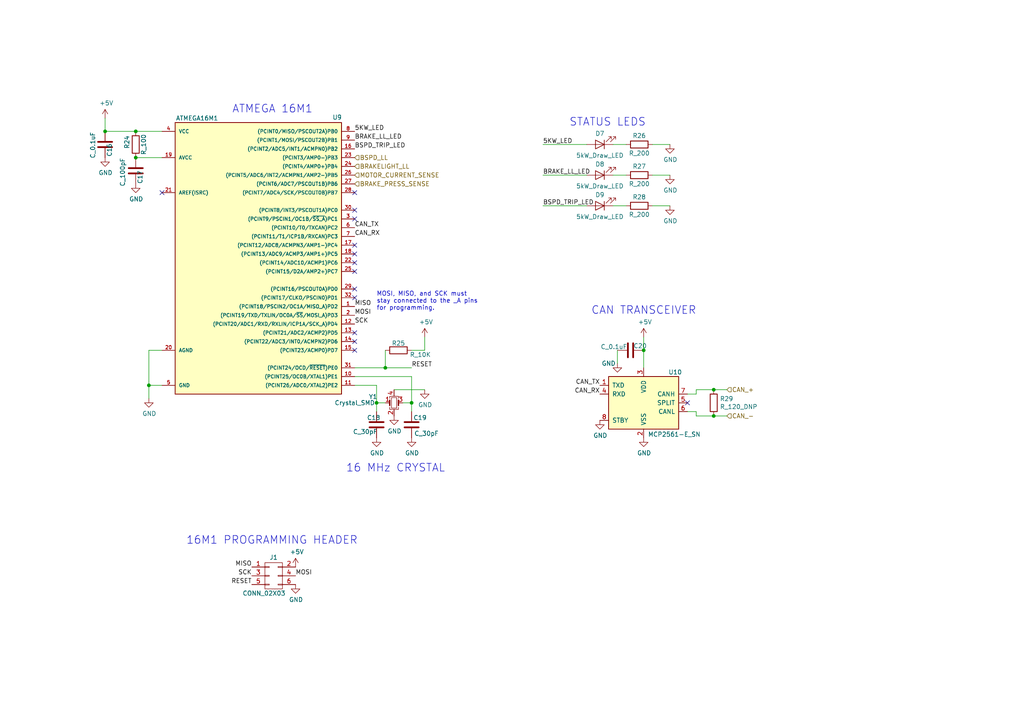
<source format=kicad_sch>
(kicad_sch (version 20211123) (generator eeschema)
  (paper "A4")
  (lib_symbols
    (symbol "formula:ATMEGA16M1" (pin_names (offset 1.016))
      (property "Reference" "U" (at -24.13 46.482 0))
      (property "Value" "ATMEGA16M1" (at 12.7 -35.56 0))
      (symbol "ATMEGA16M1_0_1"
        (rectangle (start -24.13 45.72) (end 24.13 -33.02) (stroke (width 0.254)) (fill (type background)))
      )
      (symbol "ATMEGA16M1_1_1"
        (pin bidirectional line (at 27.94 -7.62 180) (length 3.81) (name "(PCINT18/PSCIN2/OC1A/MISO_A)PD2") (number "1"))
        (pin bidirectional line (at 27.94 -27.94 180) (length 3.81) (name "(PCINT25/OC0B/XTAL1)PE1") (number "10"))
        (pin bidirectional line (at 27.94 -30.48 180) (length 3.81) (name "(PCINT26/ADC0/XTAL2)PE2") (number "11"))
        (pin bidirectional line (at 27.94 -12.7 180) (length 3.81) (name "(PCINT20/ADC1/RXD/RXLIN/ICP1A/SCK_A)PD4") (number "12"))
        (pin bidirectional line (at 27.94 -15.24 180) (length 3.81) (name "(PCINT21/ADC2/ACMP2)PD5") (number "13"))
        (pin bidirectional line (at 27.94 -17.78 180) (length 3.81) (name "(PCINT22/ADC3/INT0/ACMPN2)PD6") (number "14"))
        (pin bidirectional line (at 27.94 -20.32 180) (length 3.81) (name "(PCINT23/ACMP0)PD7") (number "15"))
        (pin bidirectional line (at 27.94 38.1 180) (length 3.81) (name "(PCINT2/ADC5/INT1/ACMPN0)PB2") (number "16"))
        (pin bidirectional line (at 27.94 10.16 180) (length 3.81) (name "(PCINT12/ADC8/ACMPN3/AMP1-)PC4") (number "17"))
        (pin bidirectional line (at 27.94 7.62 180) (length 3.81) (name "(PCINT13/ADC9/ACMP3/AMP1+)PC5") (number "18"))
        (pin power_in line (at -27.94 35.56 0) (length 3.81) (name "AVCC") (number "19"))
        (pin bidirectional line (at 27.94 -10.16 180) (length 3.81) (name "(PCINT19/TXD/TXLIN/OC0A/~{SS}/MOSI_A)PD3") (number "2"))
        (pin power_in line (at -27.94 -20.32 0) (length 3.81) (name "AGND") (number "20"))
        (pin power_in line (at -27.94 25.4 0) (length 3.81) (name "AREF(ISRC)") (number "21"))
        (pin bidirectional line (at 27.94 5.08 180) (length 3.81) (name "(PCINT14/ADC10/ACMP1)PC6") (number "22"))
        (pin bidirectional line (at 27.94 35.56 180) (length 3.81) (name "(PCINT3/AMP0-)PB3") (number "23"))
        (pin bidirectional line (at 27.94 33.02 180) (length 3.81) (name "(PCINT4/AMP0+)PB4") (number "24"))
        (pin bidirectional line (at 27.94 2.54 180) (length 3.81) (name "(PCINT15/D2A/AMP2+)PC7") (number "25"))
        (pin bidirectional line (at 27.94 30.48 180) (length 3.81) (name "(PCINT5/ADC6/INT2/ACMPN1/AMP2-)PB5") (number "26"))
        (pin bidirectional line (at 27.94 27.94 180) (length 3.81) (name "(PCINT6/ADC7/PSCOUT1B)PB6") (number "27"))
        (pin bidirectional line (at 27.94 25.4 180) (length 3.81) (name "(PCINT7/ADC4/SCK/PSCOUT0B)PB7") (number "28"))
        (pin bidirectional line (at 27.94 -2.54 180) (length 3.81) (name "(PCINT16/PSCOUT0A)PD0") (number "29"))
        (pin bidirectional line (at 27.94 17.78 180) (length 3.81) (name "(PCINT9/PSCIN1/OC1B/~{SS_A})PC1") (number "3"))
        (pin bidirectional line (at 27.94 20.32 180) (length 3.81) (name "(PCINT8/INT3/PSCOUT1A)PC0") (number "30"))
        (pin bidirectional line (at 27.94 -25.4 180) (length 3.81) (name "(PCINT24/OCD/~{RESET})PE0") (number "31"))
        (pin bidirectional line (at 27.94 -5.08 180) (length 3.81) (name "(PCINT17/CLKO/PSCIN0)PD1") (number "32"))
        (pin power_in line (at -27.94 43.18 0) (length 3.81) (name "VCC") (number "4"))
        (pin power_in line (at -27.94 -30.48 0) (length 3.81) (name "GND") (number "5"))
        (pin bidirectional line (at 27.94 15.24 180) (length 3.81) (name "(PCINT10/T0/TXCAN)PC2") (number "6"))
        (pin bidirectional line (at 27.94 12.7 180) (length 3.81) (name "(PCINT11/T1/ICP1B/RXCAN)PC3") (number "7"))
        (pin bidirectional line (at 27.94 43.18 180) (length 3.81) (name "(PCINT0/MISO/PSCOUT2A)PB0") (number "8"))
        (pin bidirectional line (at 27.94 40.64 180) (length 3.81) (name "(PCINT1/MOSI/PSCOUT2B)PB1") (number "9"))
      )
    )
    (symbol "formula:CONN_02X03" (pin_names (offset 0.0254) hide)
      (property "Reference" "J" (at 0 5.08 0))
      (property "Value" "CONN_02X03" (at 0 -5.08 0))
      (symbol "CONN_02X03_0_1"
        (rectangle (start -2.54 -2.413) (end -1.27 -2.667))
        (rectangle (start -2.54 0.127) (end -1.27 -0.127))
        (rectangle (start -2.54 2.667) (end -1.27 2.413))
        (rectangle (start -2.54 3.81) (end 2.54 -3.81))
        (rectangle (start 1.27 -2.413) (end 2.54 -2.667))
        (rectangle (start 1.27 0.127) (end 2.54 -0.127))
        (rectangle (start 1.27 2.667) (end 2.54 2.413))
      )
      (symbol "CONN_02X03_1_1"
        (pin passive line (at -6.35 2.54 0) (length 3.81) (name "P1") (number "1"))
        (pin passive line (at 6.35 2.54 180) (length 3.81) (name "P2") (number "2"))
        (pin passive line (at -6.35 0 0) (length 3.81) (name "P3") (number "3"))
        (pin passive line (at 6.35 0 180) (length 3.81) (name "P4") (number "4"))
        (pin passive line (at -6.35 -2.54 0) (length 3.81) (name "P5") (number "5"))
        (pin passive line (at 6.35 -2.54 180) (length 3.81) (name "P6") (number "6"))
      )
    )
    (symbol "formula:C_0.1uF" (pin_numbers hide) (pin_names (offset 0.254))
      (property "Reference" "C" (at 0.635 2.54 0))
      (property "Value" "C_0.1uF" (at 0.635 -2.54 0))
      (symbol "C_0.1uF_0_1"
        (polyline (pts (xy -2.032 -0.762) (xy 2.032 -0.762)) (stroke (width 0.508)))
        (polyline (pts (xy -2.032 0.762) (xy 2.032 0.762)) (stroke (width 0.508)))
      )
      (symbol "C_0.1uF_1_1"
        (pin passive line (at 0 3.81 270) (length 2.794) (name "~") (number "1"))
        (pin passive line (at 0 -3.81 90) (length 2.794) (name "~") (number "2"))
      )
    )
    (symbol "formula:C_100pF" (pin_numbers hide) (pin_names (offset 0.254))
      (property "Reference" "C" (at 0.635 2.54 0))
      (property "Value" "C_100pF" (at 0.635 -2.54 0))
      (symbol "C_100pF_0_1"
        (polyline (pts (xy -2.032 -0.762) (xy 2.032 -0.762)) (stroke (width 0.508)))
        (polyline (pts (xy -2.032 0.762) (xy 2.032 0.762)) (stroke (width 0.508)))
      )
      (symbol "C_100pF_1_1"
        (pin passive line (at 0 3.81 270) (length 2.794) (name "~") (number "1"))
        (pin passive line (at 0 -3.81 90) (length 2.794) (name "~") (number "2"))
      )
    )
    (symbol "formula:C_30pF" (pin_numbers hide) (pin_names (offset 0.254))
      (property "Reference" "C" (at 0.635 2.54 0))
      (property "Value" "C_30pF" (at 0.635 -2.54 0))
      (symbol "C_30pF_0_1"
        (polyline (pts (xy -2.032 -0.762) (xy 2.032 -0.762)) (stroke (width 0.508)))
        (polyline (pts (xy -2.032 0.762) (xy 2.032 0.762)) (stroke (width 0.508)))
      )
      (symbol "C_30pF_1_1"
        (pin passive line (at 0 3.81 270) (length 2.794) (name "~") (number "1"))
        (pin passive line (at 0 -3.81 90) (length 2.794) (name "~") (number "2"))
      )
    )
    (symbol "formula:Crystal_SMD" (pin_names (offset 1.016) hide)
      (property "Reference" "Y" (at 1.27 4.445 0))
      (property "Value" "Crystal_SMD" (at 1.27 2.54 0))
      (symbol "Crystal_SMD_0_1"
        (rectangle (start -0.762 -1.524) (end 0.762 1.524))
        (polyline (pts (xy -1.27 -0.762) (xy -1.27 0.762)) (stroke (width 0.381)))
        (polyline (pts (xy 1.27 -0.762) (xy 1.27 0.762)) (stroke (width 0.381)))
        (polyline (pts (xy -1.27 -1.27) (xy -1.27 -1.905) (xy 1.27 -1.905) (xy 1.27 -1.27)))
        (polyline (pts (xy -1.27 1.27) (xy -1.27 1.905) (xy 1.27 1.905) (xy 1.27 1.27)))
      )
      (symbol "Crystal_SMD_1_1"
        (pin passive line (at -2.54 0 0) (length 1.27) (name "1") (number "1"))
        (pin passive line (at 0 -3.81 90) (length 1.905) (name "2") (number "2"))
        (pin passive line (at 2.54 0 180) (length 1.27) (name "3") (number "3"))
        (pin passive line (at 0 3.81 270) (length 1.905) (name "4") (number "4"))
      )
    )
    (symbol "formula:LED_0805_Amber" (pin_numbers hide) (pin_names (offset 1.016) hide)
      (property "Reference" "D" (at 0 -2.54 0))
      (property "Value" "LED_0805_Amber" (at 0 2.54 0))
      (symbol "LED_0805_Amber_0_1"
        (polyline (pts (xy -1.27 -1.27) (xy -1.27 1.27)) (stroke (width 0.2032)))
        (polyline (pts (xy -1.27 0) (xy 1.27 0)))
        (polyline (pts (xy 1.27 -1.27) (xy 1.27 1.27) (xy -1.27 0) (xy 1.27 -1.27)) (stroke (width 0.2032)))
        (polyline (pts (xy -3.048 -0.762) (xy -4.572 -2.286) (xy -3.81 -2.286) (xy -4.572 -2.286) (xy -4.572 -1.524)))
        (polyline (pts (xy -1.778 -0.762) (xy -3.302 -2.286) (xy -2.54 -2.286) (xy -3.302 -2.286) (xy -3.302 -1.524)))
      )
      (symbol "LED_0805_Amber_1_1"
        (pin passive line (at -3.81 0 0) (length 2.54) (name "K") (number "1"))
        (pin passive line (at 3.81 0 180) (length 2.54) (name "A") (number "2"))
      )
    )
    (symbol "formula:MCP2561-E_SN" (pin_names (offset 1.016))
      (property "Reference" "U" (at -10.16 8.89 0))
      (property "Value" "MCP2561-E_SN" (at 2.54 8.89 0))
      (symbol "MCP2561-E_SN_0_1"
        (rectangle (start -10.16 7.62) (end 10.16 -7.62) (stroke (width 0.254)) (fill (type background)))
      )
      (symbol "MCP2561-E_SN_1_1"
        (pin input line (at -12.7 5.08 0) (length 2.54) (name "TXD") (number "1"))
        (pin power_in line (at 0 -10.16 90) (length 2.54) (name "VSS") (number "2"))
        (pin power_in line (at 0 10.16 270) (length 2.54) (name "VDD") (number "3"))
        (pin output line (at -12.7 2.54 0) (length 2.54) (name "RXD") (number "4"))
        (pin passive line (at 12.7 0 180) (length 2.54) (name "SPLIT") (number "5"))
        (pin bidirectional line (at 12.7 -2.54 180) (length 2.54) (name "CANL") (number "6"))
        (pin bidirectional line (at 12.7 2.54 180) (length 2.54) (name "CANH") (number "7"))
        (pin input line (at -12.7 -5.08 0) (length 2.54) (name "STBY") (number "8"))
      )
    )
    (symbol "formula:R_100" (pin_numbers hide) (pin_names (offset 0))
      (property "Reference" "R" (at 2.032 0 90))
      (property "Value" "R_100" (at -2.54 0 90))
      (symbol "R_100_0_1"
        (rectangle (start -1.016 -2.54) (end 1.016 2.54) (stroke (width 0.254)))
      )
      (symbol "R_100_1_1"
        (pin passive line (at 0 3.81 270) (length 1.27) (name "~") (number "1"))
        (pin passive line (at 0 -3.81 90) (length 1.27) (name "~") (number "2"))
      )
    )
    (symbol "formula:R_10K" (pin_numbers hide) (pin_names (offset 0))
      (property "Reference" "R" (at 2.032 0 90))
      (property "Value" "R_10K" (at -2.54 0 90))
      (symbol "R_10K_0_1"
        (rectangle (start -1.016 -2.54) (end 1.016 2.54) (stroke (width 0.254)))
      )
      (symbol "R_10K_1_1"
        (pin passive line (at 0 3.81 270) (length 1.27) (name "~") (number "1"))
        (pin passive line (at 0 -3.81 90) (length 1.27) (name "~") (number "2"))
      )
    )
    (symbol "formula:R_120_DNP" (pin_numbers hide) (pin_names (offset 0))
      (property "Reference" "R" (at 2.032 0 90))
      (property "Value" "R_120_DNP" (at -2.54 0 90))
      (symbol "R_120_DNP_0_1"
        (rectangle (start -1.016 -2.54) (end 1.016 2.54) (stroke (width 0.254)))
      )
      (symbol "R_120_DNP_1_1"
        (pin passive line (at 0 3.81 270) (length 1.27) (name "~") (number "1"))
        (pin passive line (at 0 -3.81 90) (length 1.27) (name "~") (number "2"))
      )
    )
    (symbol "formula:R_200" (pin_numbers hide) (pin_names (offset 0))
      (property "Reference" "R" (at 2.032 0 90))
      (property "Value" "R_200" (at -2.54 0 90))
      (symbol "R_200_0_1"
        (rectangle (start -1.016 -2.54) (end 1.016 2.54) (stroke (width 0.254)))
      )
      (symbol "R_200_1_1"
        (pin passive line (at 0 3.81 270) (length 1.27) (name "~") (number "1"))
        (pin passive line (at 0 -3.81 90) (length 1.27) (name "~") (number "2"))
      )
    )
    (symbol "power:+5V" (power) (pin_names (offset 0))
      (property "Value" "+5V" (at 0 3.556 0))
      (symbol "+5V_0_1"
        (polyline (pts (xy -0.762 1.27) (xy 0 2.54)))
        (polyline (pts (xy 0 0) (xy 0 2.54)))
        (polyline (pts (xy 0 2.54) (xy 0.762 1.27)))
      )
      (symbol "+5V_1_1"
        (pin power_in line (at 0 0 90) (length 0) hide (name "+5V") (number "1"))
      )
    )
    (symbol "power:GND" (power) (pin_names (offset 0))
      (property "Value" "GND" (at 0 -3.81 0))
      (symbol "GND_0_1"
        (polyline (pts (xy 0 0) (xy 0 -1.27) (xy 1.27 -1.27) (xy 0 -2.54) (xy -1.27 -1.27) (xy 0 -1.27)))
      )
      (symbol "GND_1_1"
        (pin power_in line (at 0 0 270) (length 0) hide (name "GND") (number "1"))
      )
    )
  )
  (junction (at 109.22 116.84))
  (junction (at 207.01 113.03))
  (junction (at 39.37 38.1))
  (junction (at 119.38 116.84))
  (junction (at 207.01 120.65))
  (junction (at 186.69 101.6))
  (junction (at 111.76 106.68))
  (junction (at 30.48 38.1))
  (junction (at 43.18 111.76))
  (junction (at 39.37 45.72))
  (no_connect (at 102.87 60.96))
  (no_connect (at 102.87 73.66))
  (no_connect (at 102.87 96.52))
  (no_connect (at 102.87 63.5))
  (no_connect (at 102.87 99.06))
  (no_connect (at 46.99 55.88))
  (no_connect (at 102.87 71.12))
  (no_connect (at 102.87 78.74))
  (no_connect (at 199.39 116.84))
  (no_connect (at 102.87 83.82))
  (no_connect (at 102.87 101.6))
  (no_connect (at 102.87 76.2))
  (no_connect (at 102.87 55.88))
  (no_connect (at 102.87 86.36))
  (wire (pts (xy 119.38 116.84) (xy 119.38 109.22)))
  (wire (pts (xy 109.22 119.38) (xy 109.22 116.84)))
  (wire (pts (xy 109.22 116.84) (xy 111.76 116.84)))
  (wire (pts (xy 157.48 50.8) (xy 170.18 50.8)))
  (wire (pts (xy 111.76 106.68) (xy 119.38 106.68)))
  (wire (pts (xy 30.48 38.1) (xy 39.37 38.1)))
  (wire (pts (xy 119.38 116.84) (xy 119.38 119.38)))
  (wire (pts (xy 177.8 59.69) (xy 181.61 59.69)))
  (wire (pts (xy 189.23 59.69) (xy 194.31 59.69)))
  (wire (pts (xy 201.93 120.65) (xy 207.01 120.65)))
  (wire (pts (xy 157.48 59.69) (xy 170.18 59.69)))
  (wire (pts (xy 157.48 41.91) (xy 170.18 41.91)))
  (wire (pts (xy 43.18 115.57) (xy 43.18 111.76)))
  (wire (pts (xy 111.76 106.68) (xy 111.76 101.6)))
  (wire (pts (xy 109.22 116.84) (xy 109.22 111.76)))
  (wire (pts (xy 109.22 111.76) (xy 102.87 111.76)))
  (wire (pts (xy 119.38 101.6) (xy 123.19 101.6)))
  (wire (pts (xy 119.38 109.22) (xy 102.87 109.22)))
  (wire (pts (xy 102.87 106.68) (xy 111.76 106.68)))
  (wire (pts (xy 201.93 119.38) (xy 201.93 120.65)))
  (wire (pts (xy 207.01 120.65) (xy 210.82 120.65)))
  (wire (pts (xy 177.8 50.8) (xy 181.61 50.8)))
  (wire (pts (xy 46.99 111.76) (xy 43.18 111.76)))
  (wire (pts (xy 186.69 106.68) (xy 186.69 101.6)))
  (wire (pts (xy 39.37 38.1) (xy 46.99 38.1)))
  (wire (pts (xy 186.69 101.6) (xy 186.69 97.79)))
  (wire (pts (xy 201.93 113.03) (xy 207.01 113.03)))
  (wire (pts (xy 207.01 113.03) (xy 210.82 113.03)))
  (wire (pts (xy 199.39 119.38) (xy 201.93 119.38)))
  (wire (pts (xy 123.19 101.6) (xy 123.19 97.79)))
  (wire (pts (xy 43.18 111.76) (xy 43.18 101.6)))
  (wire (pts (xy 46.99 45.72) (xy 39.37 45.72)))
  (wire (pts (xy 201.93 114.3) (xy 201.93 113.03)))
  (wire (pts (xy 114.3 113.03) (xy 123.19 113.03)))
  (wire (pts (xy 189.23 41.91) (xy 194.31 41.91)))
  (wire (pts (xy 199.39 114.3) (xy 201.93 114.3)))
  (wire (pts (xy 179.07 101.6) (xy 179.07 105.41)))
  (wire (pts (xy 30.48 34.29) (xy 30.48 38.1)))
  (wire (pts (xy 116.84 116.84) (xy 119.38 116.84)))
  (wire (pts (xy 43.18 101.6) (xy 46.99 101.6)))
  (wire (pts (xy 177.8 41.91) (xy 181.61 41.91)))
  (wire (pts (xy 189.23 50.8) (xy 194.31 50.8)))
  (text "16M1 PROGRAMMING HEADER\n" (at 53.975 158.115 0) (effects (font (size 2.2606 2.2606)) (justify left bottom)))
  (text "16 MHz CRYSTAL\n" (at 100.33 137.16 0) (effects (font (size 2.2606 2.2606)) (justify left bottom)))
  (text "CAN TRANSCEIVER\n" (at 171.45 91.44 0) (effects (font (size 2.2606 2.2606)) (justify left bottom)))
  (text "ATMEGA 16M1\n" (at 67.31 33.02 0) (effects (font (size 2.2606 2.2606)) (justify left bottom)))
  (text "STATUS LEDS" (at 165.1 36.83 0) (effects (font (size 2.26 2.26)) (justify left bottom)))
  (text "MOSI, MISO, and SCK must\nstay connected to the _A pins\nfor programming." (at 109.22 90.17 0) (effects (font (size 1.27 1.27)) (justify left bottom)))
  (label "BSPD_TRIP_LED" (at 157.48 59.69 0))
  (label "MOSI" (at 85.725 167.005 0))
  (label "5KW_LED" (at 157.48 41.91 0))
  (label "RESET" (at 73.025 169.545 180))
  (label "MISO" (at 73.025 164.465 180))
  (label "BSPD_TRIP_LED" (at 102.87 43.18 0))
  (label "MISO" (at 102.87 88.9 0))
  (label "CAN_RX" (at 102.87 68.58 0))
  (label "CAN_TX" (at 102.87 66.04 0))
  (label "CAN_TX" (at 173.99 111.76 180))
  (label "BRAKE_LL_LED" (at 102.87 40.64 0))
  (label "RESET" (at 119.38 106.68 0))
  (label "SCK" (at 102.87 93.98 0))
  (label "CAN_RX" (at 173.99 114.3 180))
  (label "SCK" (at 73.025 167.005 180))
  (label "BRAKE_LL_LED" (at 157.48 50.8 0))
  (label "MOSI" (at 102.87 91.44 0))
  (label "5KW_LED" (at 102.87 38.1 0))
  (hierarchical_label "CAN_+" (shape input) (at 210.82 113.03 0))
  (hierarchical_label "CAN_-" (shape input) (at 210.82 120.65 0))
  (hierarchical_label "BRAKE_PRESS_SENSE" (shape input) (at 102.87 53.34 0))
  (hierarchical_label "MOTOR_CURRENT_SENSE" (shape input) (at 102.87 50.8 0))
  (hierarchical_label "BRAKELIGHT_LL" (shape input) (at 102.87 48.26 0))
  (hierarchical_label "BSPD_LL" (shape input) (at 102.87 45.72 0))
  (symbol (lib_id "power:GND") (at 30.48 45.72 0) (unit 1)
    (property "Reference" "#PWR?" (effects hide))
    (property "Value" "GND" (at 30.607 50.1142 0))
  )
  (symbol (lib_id "power:GND") (at 109.22 127 0) (unit 1)
    (property "Reference" "#PWR?" (effects hide))
    (property "Value" "GND" (at 109.347 131.3942 0))
  )
  (symbol (lib_id "formula:C_100pF") (at 39.37 49.53 0) (unit 1)
    (property "Reference" "C17" (at 40.64 53.34 90) (effects (justify left)))
    (property "Value" "C_100pF" (at 35.56 54.102 90) (effects (justify left)))
    (property "Footprint" "footprints:C_0805_OEM" (effects hide))
    (property "Datasheet" "https://katalog.we-online.de/pbs/datasheet/885012007057.pdf" (effects hide))
    (property "MFN" "DK" (effects hide))
    (property "MPN" "732-7852-1-ND" (effects hide))
    (property "PurchasingLink" "https://www.digikey.com/product-detail/en/wurth-electronics-inc/885012007057/732-7852-1-ND/5454479" (effects hide))
  )
  (symbol (lib_id "formula:CONN_02X03") (at 79.375 167.005 0) (unit 1)
    (property "Reference" "J1" (at 79.375 161.671 0))
    (property "Value" "CONN_02X03" (at 76.581 172.085 0))
    (property "Footprint" "footprints:Pin_Header_Straight_2x03" (effects hide))
    (property "Datasheet" "http://portal.fciconnect.com/Comergent//fci/drawing/67996.pdf" (effects hide))
    (property "MFN" "DK" (effects hide))
    (property "MPN" "609-3234-ND" (effects hide))
    (property "PurchasingLink" "https://www.digikey.com/product-detail/en/amphenol-fci/67997-206HLF/609-3234-ND/1878491" (effects hide))
  )
  (symbol (lib_id "power:GND") (at 194.31 41.91 0) (unit 1)
    (property "Reference" "#PWR?" (effects hide))
    (property "Value" "GND" (at 194.437 46.3042 0))
  )
  (symbol (lib_id "formula:LED_0805_Amber") (at 173.99 50.8 180) (unit 1)
    (property "Reference" "D8" (at 173.99 47.625 0))
    (property "Value" "5kW_Draw_LED" (at 173.99 53.975 0))
    (property "Footprint" "footprints:LED_0805_OEM" (effects hide))
    (property "Datasheet" "https://media.digikey.com/pdf/Data%20Sheets/Chicago%20Miniature%20Lamps%20PDFs/CMDA5_Series_Rev_Aug_2014.pdf" (effects hide))
    (property "MFN" "DK" (effects hide))
    (property "MPN" "L71517CT-ND" (effects hide))
    (property "PurchasingLink" "https://www.digikey.com/product-detail/en/visual-communications-company-vcc/CMDA5DY7D1S/L71517CT-ND/614867" (effects hide))
  )
  (symbol (lib_id "formula:MCP2561-E_SN") (at 186.69 116.84 0) (unit 1)
    (property "Reference" "U10" (at 195.834 107.95 0))
    (property "Value" "MCP2561-E_SN" (at 195.58 125.984 0))
    (property "Footprint" "footprints:SOIC-8_3.9x4.9mm_Pitch1.27mm_OEM" (effects hide))
    (property "Datasheet" "http://www.microchip.com/mymicrochip/filehandler.aspx?ddocname=en561044" (effects hide))
    (property "MFN" "DK" (effects hide))
    (property "MPN" "MCP2561-E/SN-ND" (effects hide))
    (property "PurchasingLink" "https://www.digikey.com/products/en?keywords=mcp2561-e%2Fsn" (effects hide))
  )
  (symbol (lib_id "power:GND") (at 173.99 121.92 0) (unit 1)
    (property "Reference" "#PWR?" (effects hide))
    (property "Value" "GND" (at 174.117 126.3142 0))
  )
  (symbol (lib_id "power:GND") (at 194.31 59.69 0) (unit 1)
    (property "Reference" "#PWR?" (effects hide))
    (property "Value" "GND" (at 194.437 64.0842 0))
  )
  (symbol (lib_id "formula:ATMEGA16M1") (at 74.93 81.28 0) (unit 1)
    (property "Reference" "U9" (at 97.79 34.036 0))
    (property "Value" "ATMEGA16M1" (at 57.15 34.29 0))
    (property "Footprint" "footprints:TQFP-32_7x7mm_Pitch0.8mm" (effects hide))
    (property "Datasheet" "http://ww1.microchip.com/downloads/en/DeviceDoc/Atmel-8209-8-bit%20AVR%20ATmega16M1-32M1-64M1_Datasheet.pdf" (effects hide))
    (property "MFN" "DK" (effects hide))
    (property "MPN" "ATMEGA16M1-AU-ND" (effects hide))
    (property "PurchasingLink" "https://www.digikey.com/product-detail/en/atmel/ATMEGA16M1-AU/ATMEGA16M1-AU-ND/2271208" (effects hide))
  )
  (symbol (lib_id "formula:C_0.1uF") (at 182.88 101.6 270) (unit 1)
    (property "Reference" "C20" (at 185.674 100.33 90))
    (property "Value" "C_0.1uF" (at 178.054 100.584 90))
    (property "Footprint" "footprints:C_0805_OEM" (effects hide))
    (property "Datasheet" "http://datasheets.avx.com/X7RDielectric.pdf" (effects hide))
    (property "MFN" "DK" (effects hide))
    (property "MPN" "478-3352-1-ND" (effects hide))
    (property "PurchasingLink" "https://www.digikey.com/products/en?keywords=478-3352-1-ND" (effects hide))
  )
  (symbol (lib_id "power:+5V") (at 30.48 34.29 0) (unit 1)
    (property "Reference" "#PWR?" (effects hide))
    (property "Value" "+5V" (at 30.861 29.8958 0))
  )
  (symbol (lib_id "formula:C_30pF") (at 119.38 123.19 0) (unit 1)
    (property "Reference" "C19" (at 119.888 121.158 0) (effects (justify left)))
    (property "Value" "C_30pF" (at 120.142 125.73 0) (effects (justify left)))
    (property "Footprint" "footprints:C_0805_OEM" (effects hide))
    (property "Datasheet" "https://media.digikey.com/pdf/Data%20Sheets/Samsung%20PDFs/CL_Series_MLCC_ds.pdf" (effects hide))
    (property "MFN" "DK" (effects hide))
    (property "MPN" "1276-1130-1-ND" (effects hide))
    (property "PurchasingLink" "https://www.digikey.com/product-detail/en/samsung-electro-mechanics-america-inc/CL21C300JBANNNC/1276-1130-1-ND/3889216" (effects hide))
  )
  (symbol (lib_id "formula:C_0.1uF") (at 30.48 41.91 0) (unit 1)
    (property "Reference" "C16" (at 31.75 45.466 90) (effects (justify left)))
    (property "Value" "C_0.1uF" (at 26.924 45.974 90) (effects (justify left)))
    (property "Footprint" "footprints:C_0805_OEM" (effects hide))
    (property "Datasheet" "http://datasheets.avx.com/X7RDielectric.pdf" (effects hide))
    (property "MFN" "DK" (effects hide))
    (property "MPN" "478-3352-1-ND" (effects hide))
    (property "PurchasingLink" "https://www.digikey.com/products/en?keywords=478-3352-1-ND" (effects hide))
  )
  (symbol (lib_id "formula:R_120_DNP") (at 207.01 116.84 0) (unit 1)
    (property "Reference" "R29" (at 208.788 115.6716 0) (effects (justify left)))
    (property "Value" "R_120_DNP" (at 208.788 117.983 0) (effects (justify left)))
    (property "Footprint" "footprints:R_0805_OEM" (effects hide))
    (property "Datasheet" "https://www.mouser.com/datasheet/2/315/AOA0000C304-1149620.pdf" (effects hide))
    (property "MFN" "DK" (effects hide))
    (property "MPN" "667-ERJ-6ENF1200V" (effects hide))
    (property "PurchasingLink" "https://www.mouser.com/ProductDetail/Panasonic-Industrial-Devices/ERJ-6ENF1200V?qs=sGAEpiMZZMvdGkrng054t8AJgcdMkx7x%252bFQnctTMUmU%3d" (effects hide))
  )
  (symbol (lib_id "power:GND") (at 43.18 115.57 0) (unit 1)
    (property "Reference" "#PWR?" (effects hide))
    (property "Value" "GND" (at 43.307 119.9642 0))
  )
  (symbol (lib_id "formula:LED_0805_Amber") (at 173.99 59.69 180) (unit 1)
    (property "Reference" "D9" (at 173.99 56.515 0))
    (property "Value" "5kW_Draw_LED" (at 173.99 62.865 0))
    (property "Footprint" "footprints:LED_0805_OEM" (effects hide))
    (property "Datasheet" "https://media.digikey.com/pdf/Data%20Sheets/Chicago%20Miniature%20Lamps%20PDFs/CMDA5_Series_Rev_Aug_2014.pdf" (effects hide))
    (property "MFN" "DK" (effects hide))
    (property "MPN" "L71517CT-ND" (effects hide))
    (property "PurchasingLink" "https://www.digikey.com/product-detail/en/visual-communications-company-vcc/CMDA5DY7D1S/L71517CT-ND/614867" (effects hide))
  )
  (symbol (lib_id "power:GND") (at 85.725 169.545 0) (unit 1)
    (property "Reference" "#PWR?" (effects hide))
    (property "Value" "GND" (at 85.852 173.9392 0))
  )
  (symbol (lib_id "power:+5V") (at 85.725 164.465 0) (unit 1)
    (property "Reference" "#PWR?" (effects hide))
    (property "Value" "+5V" (at 86.106 160.0708 0))
  )
  (symbol (lib_id "power:GND") (at 114.3 120.65 0) (unit 1)
    (property "Reference" "#PWR?" (effects hide))
    (property "Value" "GND" (at 114.427 125.0442 0))
  )
  (symbol (lib_id "formula:R_100") (at 39.37 41.91 0) (unit 1)
    (property "Reference" "R24" (at 36.83 43.18 90) (effects (justify left)))
    (property "Value" "R_100" (at 41.656 44.958 90) (effects (justify left)))
    (property "Footprint" "footprints:R_0805_OEM" (effects hide))
    (property "Datasheet" "https://www.seielect.com/Catalog/SEI-rncp.pdf" (effects hide))
    (property "MFN" "DK" (effects hide))
    (property "MPN" "RNCP0805FTD100RCT-ND" (effects hide))
    (property "PurchasingLink" "https://www.digikey.com/products/en?keywords=RNCP0805FTD100RCT-ND" (effects hide))
  )
  (symbol (lib_id "formula:R_10K") (at 115.57 101.6 270) (unit 1)
    (property "Reference" "R25" (at 115.57 99.568 90))
    (property "Value" "R_10K" (at 121.92 102.87 90))
    (property "Footprint" "footprints:R_0805_OEM" (effects hide))
    (property "Datasheet" "http://www.bourns.com/data/global/pdfs/CRS.pdf" (effects hide))
    (property "MFN" "DK" (effects hide))
    (property "MPN" "CRS0805-FX-1002ELFCT-ND" (effects hide))
    (property "PurchasingLink" "https://www.digikey.com/products/en?keywords=CRS0805-FX-1002ELFCT-ND" (effects hide))
  )
  (symbol (lib_id "formula:R_200") (at 185.42 50.8 90) (unit 1)
    (property "Reference" "R27" (at 185.42 48.26 90))
    (property "Value" "R_200" (at 185.42 53.34 90))
    (property "Footprint" "footprints:R_0805_OEM" (effects hide))
    (property "Datasheet" "https://www.seielect.com/Catalog/SEI-RMCF_RMCP.pdf" (effects hide))
    (property "MFN" "DK" (effects hide))
    (property "MPN" "RMCF0805JT200RCT-ND" (effects hide))
    (property "PurchasingLink" "https://www.digikey.com/products/en?keywords=RMCF0805JT200RCT-ND" (effects hide))
  )
  (symbol (lib_id "formula:Crystal_SMD") (at 114.3 116.84 0) (unit 1)
    (property "Reference" "Y1" (at 106.934 115.062 0) (effects (justify left)))
    (property "Value" "Crystal_SMD" (at 97.028 116.84 0) (effects (justify left)))
    (property "Footprint" "footprints:Crystal_SMD_FA238" (effects hide))
    (property "Datasheet" "http://www.txccorp.com/download/products/quartz_crystals/2015TXC_7M_17.pdf" (effects hide))
    (property "MFN" "DK" (effects hide))
    (property "MPN" "887-1125-1-ND" (effects hide))
    (property "PurchasingLink" "https://www.digikey.com/product-detail/en/txc-corporation/7M-16.000MAAJ-T/887-1125-1-ND/2119014" (effects hide))
  )
  (symbol (lib_id "formula:R_200") (at 185.42 41.91 90) (unit 1)
    (property "Reference" "R26" (at 185.42 39.37 90))
    (property "Value" "R_200" (at 185.42 44.45 90))
    (property "Footprint" "footprints:R_0805_OEM" (effects hide))
    (property "Datasheet" "https://www.seielect.com/Catalog/SEI-RMCF_RMCP.pdf" (effects hide))
    (property "MFN" "DK" (effects hide))
    (property "MPN" "RMCF0805JT200RCT-ND" (effects hide))
    (property "PurchasingLink" "https://www.digikey.com/products/en?keywords=RMCF0805JT200RCT-ND" (effects hide))
  )
  (symbol (lib_id "power:+5V") (at 186.69 97.79 0) (unit 1)
    (property "Reference" "#PWR?" (effects hide))
    (property "Value" "+5V" (at 187.071 93.3958 0))
  )
  (symbol (lib_id "formula:LED_0805_Amber") (at 173.99 41.91 180) (unit 1)
    (property "Reference" "D7" (at 173.99 38.735 0))
    (property "Value" "5kW_Draw_LED" (at 173.99 45.085 0))
    (property "Footprint" "footprints:LED_0805_OEM" (effects hide))
    (property "Datasheet" "https://media.digikey.com/pdf/Data%20Sheets/Chicago%20Miniature%20Lamps%20PDFs/CMDA5_Series_Rev_Aug_2014.pdf" (effects hide))
    (property "MFN" "DK" (effects hide))
    (property "MPN" "L71517CT-ND" (effects hide))
    (property "PurchasingLink" "https://www.digikey.com/product-detail/en/visual-communications-company-vcc/CMDA5DY7D1S/L71517CT-ND/614867" (effects hide))
  )
  (symbol (lib_id "formula:R_200") (at 185.42 59.69 90) (unit 1)
    (property "Reference" "R28" (at 185.42 57.15 90))
    (property "Value" "R_200" (at 185.42 62.23 90))
    (property "Footprint" "footprints:R_0805_OEM" (effects hide))
    (property "Datasheet" "https://www.seielect.com/Catalog/SEI-RMCF_RMCP.pdf" (effects hide))
    (property "MFN" "DK" (effects hide))
    (property "MPN" "RMCF0805JT200RCT-ND" (effects hide))
    (property "PurchasingLink" "https://www.digikey.com/products/en?keywords=RMCF0805JT200RCT-ND" (effects hide))
  )
  (symbol (lib_id "power:GND") (at 186.69 127 0) (unit 1)
    (property "Reference" "#PWR?" (effects hide))
    (property "Value" "GND" (at 186.817 131.3942 0))
  )
  (symbol (lib_id "power:GND") (at 119.38 127 0) (unit 1)
    (property "Reference" "#PWR?" (effects hide))
    (property "Value" "GND" (at 119.507 131.3942 0))
  )
  (symbol (lib_id "formula:C_30pF") (at 109.22 123.19 0) (unit 1)
    (property "Reference" "C18" (at 106.426 121.158 0) (effects (justify left)))
    (property "Value" "C_30pF" (at 102.362 125.222 0) (effects (justify left)))
    (property "Footprint" "footprints:C_0805_OEM" (effects hide))
    (property "Datasheet" "https://media.digikey.com/pdf/Data%20Sheets/Samsung%20PDFs/CL_Series_MLCC_ds.pdf" (effects hide))
    (property "MFN" "DK" (effects hide))
    (property "MPN" "1276-1130-1-ND" (effects hide))
    (property "PurchasingLink" "https://www.digikey.com/product-detail/en/samsung-electro-mechanics-america-inc/CL21C300JBANNNC/1276-1130-1-ND/3889216" (effects hide))
  )
  (symbol (lib_id "power:GND") (at 123.19 113.03 0) (unit 1)
    (property "Reference" "#PWR?" (effects hide))
    (property "Value" "GND" (at 123.317 117.4242 0))
  )
  (symbol (lib_id "power:GND") (at 39.37 53.34 0) (unit 1)
    (property "Reference" "#PWR?" (effects hide))
    (property "Value" "GND" (at 39.497 57.7342 0))
  )
  (symbol (lib_id "power:GND") (at 194.31 50.8 0) (unit 1)
    (property "Reference" "#PWR?" (effects hide))
    (property "Value" "GND" (at 194.437 55.1942 0))
  )
  (symbol (lib_id "power:GND") (at 179.07 105.41 0) (unit 1)
    (property "Reference" "#PWR?" (effects hide))
    (property "Value" "GND" (at 176.53 105.41 0))
  )
  (symbol (lib_id "power:+5V") (at 123.19 97.79 0) (unit 1)
    (property "Reference" "#PWR?" (effects hide))
    (property "Value" "+5V" (at 123.571 93.3958 0))
  )
)
</source>
